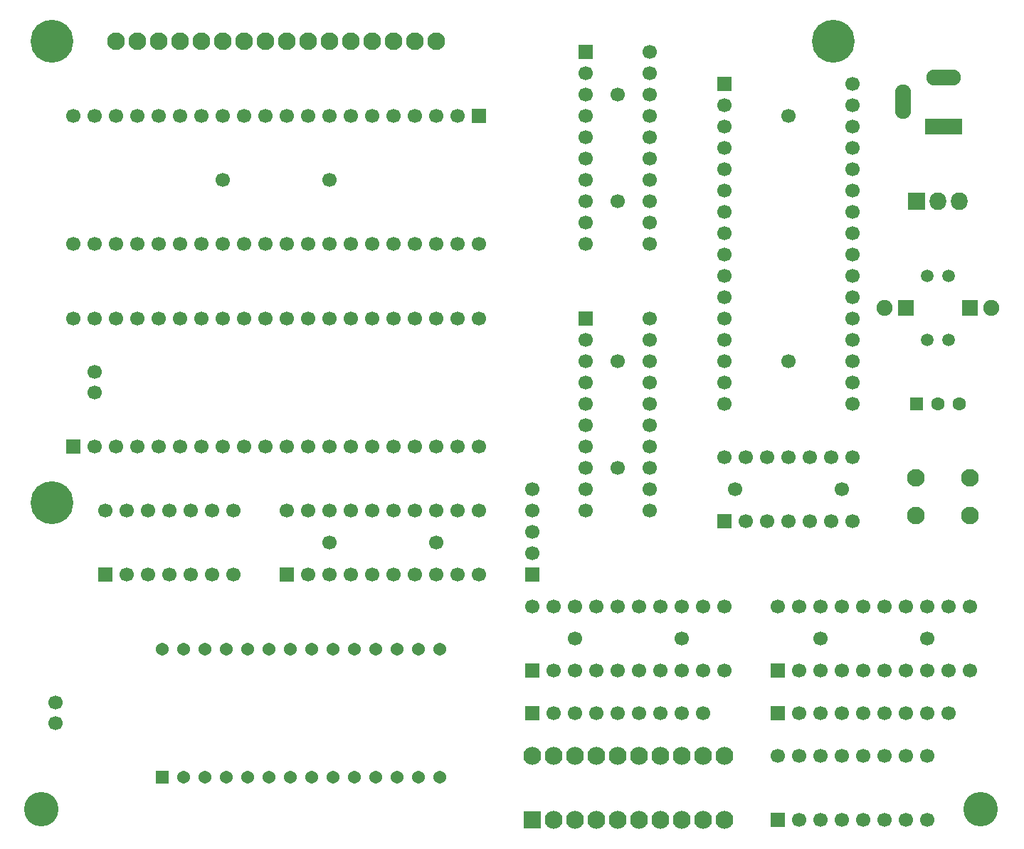
<source format=gbr>
%TF.GenerationSoftware,Novarm,DipTrace,4.3.0.4*%
%TF.CreationDate,2023-09-26T18:22:53+01:00*%
%FSLAX26Y26*%
%MOIN*%
%TF.FileFunction,Soldermask,Top*%
%TF.Part,Single*%
%ADD20R,0.062992X0.062992*%
%ADD22C,0.062992*%
%ADD34C,0.059055*%
%ADD50O,0.078937X0.082677*%
%ADD52R,0.078937X0.082677*%
%ADD54C,0.083937*%
%ADD56R,0.083937X0.083937*%
%ADD59C,0.082677*%
%ADD60C,0.074803*%
%ADD61C,0.200787*%
%ADD63C,0.059055*%
%ADD66O,0.074803X0.161417*%
%ADD68O,0.161417X0.074803*%
%ADD70R,0.177165X0.074803*%
%ADD72C,0.06063*%
%ADD74R,0.06063X0.06063*%
%ADD76C,0.161417*%
%ADD78C,0.066929*%
%ADD79C,0.066929*%
%ADD80R,0.066929X0.066929*%
%ADD81R,0.074803X0.074803*%
G75*
G01*
%LPD*%
D81*
X4797638Y2893701D3*
D60*
X4697638D3*
D80*
X3297638Y2843701D3*
D79*
Y2743701D3*
Y2643701D3*
Y2543701D3*
Y2443701D3*
Y2343701D3*
Y2243701D3*
Y2143701D3*
Y2043701D3*
Y1943701D3*
X3597638D3*
Y2043701D3*
Y2143701D3*
Y2243701D3*
Y2343701D3*
Y2443701D3*
Y2543701D3*
Y2643701D3*
Y2743701D3*
Y2843701D3*
D78*
X1597638Y3493701D3*
X2097638D3*
D80*
X4197638Y993701D3*
D79*
X4297638D3*
X4397638D3*
X4497638D3*
X4597638D3*
X4697638D3*
X4797638D3*
X4897638D3*
X4997638D3*
D76*
X747638Y543701D3*
D78*
X4397638Y1343701D3*
X4897638D3*
D80*
X897638Y2243701D3*
D79*
X997638D3*
X1097638D3*
X1197638D3*
X1297638D3*
X1397638D3*
X1497638D3*
X1597638D3*
X1697638D3*
X1797638D3*
X1897638D3*
X1997638D3*
X2097638D3*
X2197638D3*
X2297638D3*
X2397638D3*
X2497638D3*
X2597638D3*
X2697638D3*
X2797638D3*
Y2843701D3*
X2697638D3*
X2597638D3*
X2497638D3*
X2397638D3*
X2297638D3*
X2197638D3*
X2097638D3*
X1997638D3*
X1897638D3*
X1797638D3*
X1697638D3*
X1597638D3*
X1497638D3*
X1397638D3*
X1297638D3*
X1197638D3*
X1097638D3*
X997638D3*
X897638D3*
D78*
X3447638Y2643701D3*
Y2143701D3*
X2097638Y1793701D3*
X2597638D3*
D80*
X4197638Y1193701D3*
D79*
X4297638D3*
X4397638D3*
X4497638D3*
X4597638D3*
X4697638D3*
X4797638D3*
X4897638D3*
X4997638D3*
X5097638D3*
Y1493701D3*
X4997638D3*
X4897638D3*
X4797638D3*
X4697638D3*
X4597638D3*
X4497638D3*
X4397638D3*
X4297638D3*
X4197638D3*
D78*
X997638Y2593701D3*
Y2495276D3*
D74*
X1313386Y693701D3*
D72*
X1413386D3*
X1513386D3*
X1613386D3*
X1713386D3*
X1813386D3*
X1913386D3*
X2013386D3*
X2113386D3*
X2213386D3*
X2313386D3*
X2413386D3*
X2513386D3*
X2613386D3*
Y1293701D3*
X2513386D3*
X2413386D3*
X2313386D3*
X2213386D3*
X2113386D3*
X2013386D3*
X1913386D3*
X1813386D3*
X1713386D3*
X1613386D3*
X1513386D3*
X1413386D3*
X1313386D3*
D78*
X4247638Y3793701D3*
Y2643701D3*
D81*
X5097638Y2893701D3*
D60*
X5197638D3*
D78*
X3447638Y3893701D3*
Y3393701D3*
D80*
X3047638Y993701D3*
D79*
X3147638D3*
X3247638D3*
X3347638D3*
X3447638D3*
X3547638D3*
X3647638D3*
X3747638D3*
X3847638D3*
D76*
X5147638Y543701D3*
D70*
X4971260Y3743701D3*
D68*
Y3972047D3*
D66*
X4782283Y3861811D3*
D80*
X3047638Y1193701D3*
D79*
X3147638D3*
X3247638D3*
X3347638D3*
X3447638D3*
X3547638D3*
X3647638D3*
X3747638D3*
X3847638D3*
X3947638D3*
Y1493701D3*
X3847638D3*
X3747638D3*
X3647638D3*
X3547638D3*
X3447638D3*
X3347638D3*
X3247638D3*
X3147638D3*
X3047638D3*
D80*
Y1642913D3*
D79*
Y1742913D3*
Y1842913D3*
Y1942913D3*
Y2042913D3*
D34*
X4997638Y2743701D3*
D63*
Y3043701D3*
D78*
X1347638Y1943701D3*
Y1643701D3*
D80*
X1047638D3*
D79*
X1147638D3*
X1247638D3*
D78*
X1447638D3*
X1547638D3*
X1647638D3*
Y1943701D3*
X1547638D3*
X1447638D3*
X1247638D3*
X1147638D3*
X1047638D3*
D80*
X3947638Y3943701D3*
D79*
Y3843701D3*
Y3743701D3*
Y3643701D3*
Y3543701D3*
Y3443701D3*
Y3343701D3*
Y3243701D3*
Y3143701D3*
Y3043701D3*
Y2943701D3*
Y2843701D3*
Y2743701D3*
Y2643701D3*
Y2543701D3*
Y2443701D3*
X4547638D3*
Y2543701D3*
Y2643701D3*
Y2743701D3*
Y2843701D3*
Y2943701D3*
Y3043701D3*
Y3143701D3*
Y3243701D3*
Y3343701D3*
Y3443701D3*
Y3543701D3*
Y3643701D3*
Y3743701D3*
Y3843701D3*
Y3943701D3*
D80*
X4197638Y493701D3*
D79*
X4297638D3*
X4397638D3*
X4497638D3*
X4597638D3*
X4697638D3*
X4797638D3*
X4897638D3*
Y793701D3*
X4797638D3*
X4697638D3*
X4597638D3*
X4497638D3*
X4397638D3*
X4297638D3*
X4197638D3*
D78*
X3997638Y2043701D3*
X4497638D3*
X813386Y1043701D3*
Y945276D3*
D61*
X797638Y4143701D3*
Y1979921D3*
D59*
X1297638Y4143701D3*
X2497638D3*
X2597638D3*
D61*
X4457480D3*
D59*
X1097638D3*
X1197638D3*
X1397638D3*
X1497638D3*
X1597638D3*
X1697638D3*
X1797638D3*
X1897638D3*
X1997638D3*
X2097638D3*
X2197638D3*
X2297638D3*
X2397638D3*
D80*
X2797638Y3793701D3*
D79*
X2697638D3*
X2597638D3*
X2497638D3*
X2397638D3*
X2297638D3*
X2197638D3*
X2097638D3*
X1997638D3*
X1897638D3*
X1797638D3*
X1697638D3*
X1597638D3*
X1497638D3*
X1397638D3*
X1297638D3*
X1197638D3*
X1097638D3*
X997638D3*
X897638D3*
Y3193701D3*
X997638D3*
X1097638D3*
X1197638D3*
X1297638D3*
X1397638D3*
X1497638D3*
X1597638D3*
X1697638D3*
X1797638D3*
X1897638D3*
X1997638D3*
X2097638D3*
X2197638D3*
X2297638D3*
X2397638D3*
X2497638D3*
X2597638D3*
X2697638D3*
X2797638D3*
D20*
X4847638Y2443701D3*
D22*
X4947638D3*
X5047638D3*
D78*
X3247638Y1343701D3*
X3747638D3*
D34*
X4897638Y2743701D3*
D63*
Y3043701D3*
D80*
X3947638Y1893701D3*
D79*
X4047638D3*
X4147638D3*
X4247638D3*
X4347638D3*
X4447638D3*
X4547638D3*
Y2193701D3*
X4447638D3*
X4347638D3*
X4247638D3*
X4147638D3*
X4047638D3*
X3947638D3*
D80*
X1897638Y1643701D3*
D79*
X1997638D3*
X2097638D3*
X2197638D3*
X2297638D3*
X2397638D3*
X2497638D3*
X2597638D3*
X2697638D3*
X2797638D3*
Y1943701D3*
X2697638D3*
X2597638D3*
X2497638D3*
X2397638D3*
X2297638D3*
X2197638D3*
X2097638D3*
X1997638D3*
X1897638D3*
D56*
X3047638Y493701D3*
D54*
X3147638D3*
X3247638D3*
X3347638D3*
X3447638D3*
X3547638D3*
X3647638D3*
X3747638D3*
X3847638D3*
X3947638D3*
Y793701D3*
X3847638D3*
X3747638D3*
X3647638D3*
X3547638D3*
X3447638D3*
X3347638D3*
X3247638D3*
X3147638D3*
X3047638D3*
D80*
X3297638Y4093701D3*
D79*
Y3993701D3*
Y3893701D3*
Y3793701D3*
Y3693701D3*
Y3593701D3*
Y3493701D3*
Y3393701D3*
Y3293701D3*
Y3193701D3*
X3597638D3*
Y3293701D3*
Y3393701D3*
Y3493701D3*
Y3593701D3*
Y3693701D3*
Y3793701D3*
Y3893701D3*
Y3993701D3*
Y4093701D3*
D59*
X5097638Y1918701D3*
X4841732D3*
X5097638Y2095866D3*
X4841732D3*
D52*
X4847638Y3393701D3*
D50*
X4947638D3*
X5047638D3*
M02*

</source>
